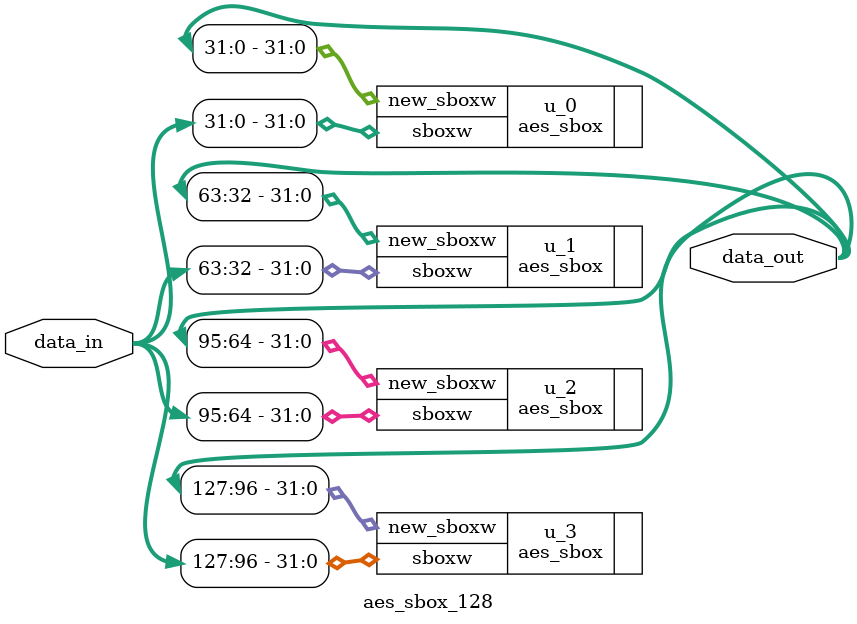
<source format=sv>
module aes_sbox_128 (
    input  wire [127:0] data_in,

    output wire [127:0] data_out
);

aes_sbox u_0(
	//ports
    .sboxw        (data_in[31:0]             ),
    .new_sboxw    (data_out[31:0]            ) 
);
aes_sbox u_1(
	//ports
    .sboxw        (data_in[63:32]            ),
    .new_sboxw    (data_out[63:32]           ) 
);
aes_sbox u_2(
	//ports
    .sboxw        (data_in[95:64]            ),
    .new_sboxw    (data_out[95:64]           ) 
);
aes_sbox u_3(
	//ports
    .sboxw        (data_in[127:96]           ),
    .new_sboxw    (data_out[127:96]          ) 
);
endmodule //aes_sbox_128
</source>
